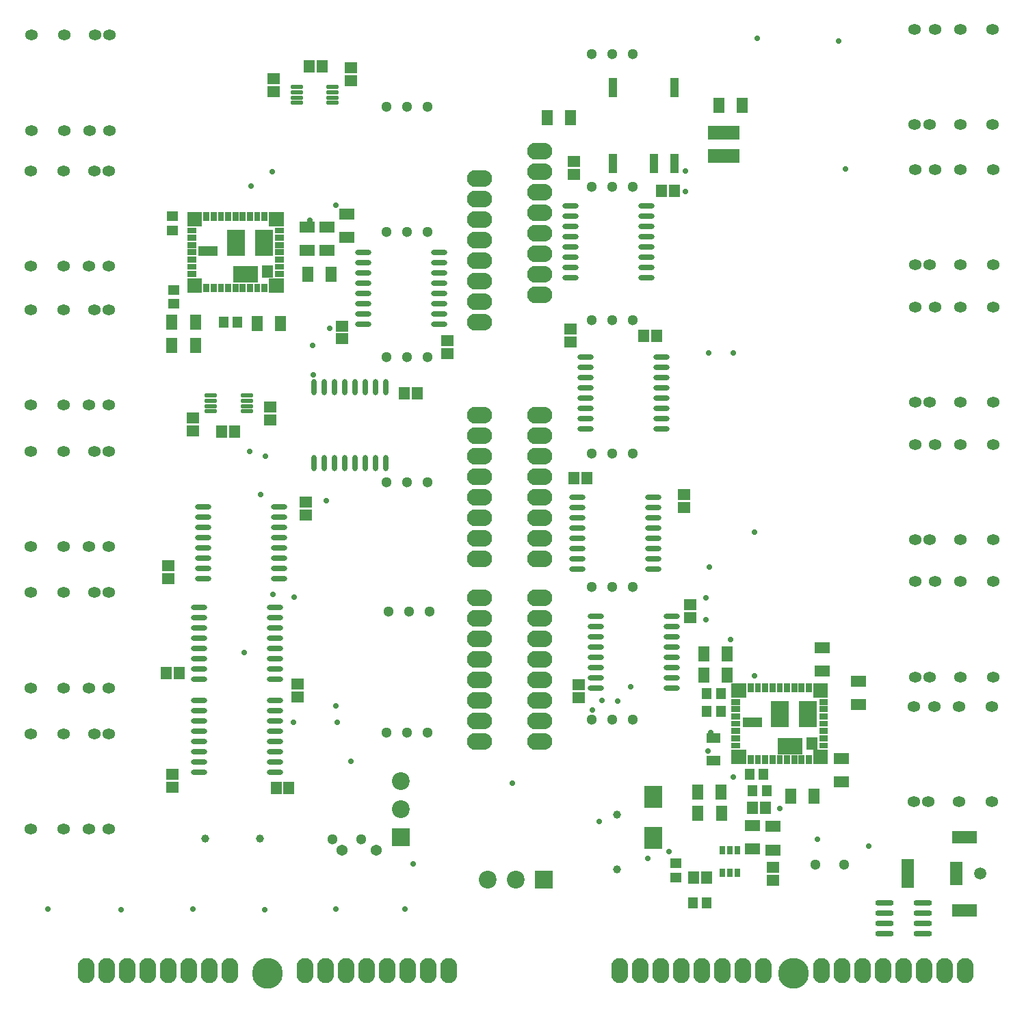
<source format=gbr>
%TF.GenerationSoftware,Altium Limited,Altium Designer,19.1.9 (167)*%
G04 Layer_Color=16711935*
%FSLAX26Y26*%
%MOIN*%
%TF.FileFunction,Soldermask,Bot*%
%TF.Part,Single*%
G01*
G75*
%TA.AperFunction,SMDPad,CuDef*%
%ADD74R,0.090551X0.110236*%
%ADD75R,0.027559X0.043307*%
%ADD76O,0.078740X0.027559*%
%ADD77R,0.070866X0.066929*%
%ADD78R,0.027559X0.041339*%
%ADD79R,0.041339X0.027559*%
%ADD80R,0.092520X0.047244*%
%ADD81R,0.090551X0.125984*%
%ADD82R,0.052756X0.059055*%
%ADD83R,0.124016X0.084252*%
%ADD84R,0.043307X0.094488*%
%ADD85R,0.055118X0.074803*%
%ADD86R,0.055118X0.059055*%
%ADD87O,0.090551X0.027559*%
%ADD88R,0.059055X0.055118*%
%ADD89R,0.074803X0.055118*%
%ADD90O,0.027559X0.078740*%
%ADD91R,0.157480X0.066929*%
%ADD92R,0.049213X0.057087*%
%ADD93R,0.068898X0.051181*%
%ADD94R,0.057087X0.049213*%
G04:AMPARAMS|DCode=95|XSize=21.654mil|YSize=57.087mil|CornerRadius=3.917mil|HoleSize=0mil|Usage=FLASHONLY|Rotation=90.000|XOffset=0mil|YOffset=0mil|HoleType=Round|Shape=RoundedRectangle|*
%AMROUNDEDRECTD95*
21,1,0.021654,0.049252,0,0,90.0*
21,1,0.013819,0.057087,0,0,90.0*
1,1,0.007835,0.024626,0.006910*
1,1,0.007835,0.024626,-0.006910*
1,1,0.007835,-0.024626,-0.006910*
1,1,0.007835,-0.024626,0.006910*
%
%ADD95ROUNDEDRECTD95*%
%TA.AperFunction,ComponentPad*%
%ADD96C,0.039370*%
%ADD97C,0.051181*%
%ADD98O,0.082677X0.122047*%
%ADD99O,0.062992X0.051181*%
%ADD100R,0.122047X0.062992*%
%ADD101C,0.059055*%
%ADD102R,0.062992X0.141732*%
%ADD103R,0.062992X0.114173*%
%ADD104R,0.086614X0.086614*%
%ADD105C,0.086614*%
%ADD106O,0.122047X0.082677*%
%TA.AperFunction,ViaPad*%
%ADD107C,0.150000*%
%ADD108R,0.086614X0.086614*%
%ADD109C,0.086614*%
%ADD110C,0.027559*%
%ADD111C,0.053937*%
G36*
X1211403Y3810821D02*
X1182261D01*
Y3853743D01*
X1211403D01*
Y3810821D01*
D02*
G37*
G36*
X1175973D02*
X1146831D01*
Y3853743D01*
X1175973D01*
Y3810821D01*
D02*
G37*
G36*
X1140543D02*
X1111401D01*
Y3853743D01*
X1140543D01*
Y3810821D01*
D02*
G37*
G36*
X1105113D02*
X1075971D01*
Y3853743D01*
X1105113D01*
Y3810821D01*
D02*
G37*
G36*
X1069683D02*
X1040541D01*
Y3853743D01*
X1069683D01*
Y3810821D01*
D02*
G37*
G36*
X1034253D02*
X1005111D01*
Y3853743D01*
X1034253D01*
Y3810821D01*
D02*
G37*
G36*
X998823D02*
X969681D01*
Y3853743D01*
X998823D01*
Y3810821D01*
D02*
G37*
G36*
X963393D02*
X934251D01*
Y3853743D01*
X963393D01*
Y3810821D01*
D02*
G37*
G36*
X927963D02*
X898821D01*
Y3853743D01*
X927963D01*
Y3810821D01*
D02*
G37*
G36*
X1290156Y3785428D02*
X1217706D01*
Y3853940D01*
X1290156D01*
Y3785428D01*
D02*
G37*
G36*
X892518D02*
X820068D01*
Y3853940D01*
X892518D01*
Y3785428D01*
D02*
G37*
G36*
X1290155Y3749986D02*
X1247234D01*
Y3779128D01*
X1290155D01*
Y3749986D01*
D02*
G37*
G36*
X862990D02*
X820069D01*
Y3779128D01*
X862990D01*
Y3749986D01*
D02*
G37*
G36*
X1290155Y3714556D02*
X1247234D01*
Y3743698D01*
X1290155D01*
Y3714556D01*
D02*
G37*
G36*
X862990D02*
X820069D01*
Y3743698D01*
X862990D01*
Y3714556D01*
D02*
G37*
G36*
X1290155Y3679126D02*
X1247234D01*
Y3708268D01*
X1290155D01*
Y3679126D01*
D02*
G37*
G36*
X862990D02*
X820069D01*
Y3708268D01*
X862990D01*
Y3679126D01*
D02*
G37*
G36*
X1290155Y3643696D02*
X1247234D01*
Y3672838D01*
X1290155D01*
Y3643696D01*
D02*
G37*
G36*
X862990D02*
X820069D01*
Y3672838D01*
X862990D01*
Y3643696D01*
D02*
G37*
G36*
X1290155Y3608266D02*
X1247234D01*
Y3637408D01*
X1290155D01*
Y3608266D01*
D02*
G37*
G36*
X862990D02*
X820069D01*
Y3637408D01*
X862990D01*
Y3608266D01*
D02*
G37*
G36*
X1290155Y3572836D02*
X1247234D01*
Y3601978D01*
X1290155D01*
Y3572836D01*
D02*
G37*
G36*
X862990D02*
X820069D01*
Y3601978D01*
X862990D01*
Y3572836D01*
D02*
G37*
G36*
X1290155Y3537406D02*
X1247234D01*
Y3566548D01*
X1290155D01*
Y3537406D01*
D02*
G37*
G36*
X862990D02*
X820069D01*
Y3566548D01*
X862990D01*
Y3537406D01*
D02*
G37*
G36*
X1211403Y3462791D02*
X1182261D01*
Y3505713D01*
X1211403D01*
Y3462791D01*
D02*
G37*
G36*
X1175973D02*
X1146831D01*
Y3505713D01*
X1175973D01*
Y3462791D01*
D02*
G37*
G36*
X1140543D02*
X1111401D01*
Y3505713D01*
X1140543D01*
Y3462791D01*
D02*
G37*
G36*
X1105113D02*
X1075971D01*
Y3505713D01*
X1105113D01*
Y3462791D01*
D02*
G37*
G36*
X1069683D02*
X1040541D01*
Y3505713D01*
X1069683D01*
Y3462791D01*
D02*
G37*
G36*
X1034253D02*
X1005111D01*
Y3505713D01*
X1034253D01*
Y3462791D01*
D02*
G37*
G36*
X998823D02*
X969681D01*
Y3505713D01*
X998823D01*
Y3462791D01*
D02*
G37*
G36*
X963393D02*
X934251D01*
Y3505713D01*
X963393D01*
Y3462791D01*
D02*
G37*
G36*
X927963D02*
X898821D01*
Y3505713D01*
X927963D01*
Y3462791D01*
D02*
G37*
G36*
X1290156Y3462593D02*
X1217706D01*
Y3531106D01*
X1290156D01*
Y3462593D01*
D02*
G37*
G36*
X892518D02*
X820068D01*
Y3531106D01*
X892518D01*
Y3462593D01*
D02*
G37*
G36*
X3863968Y1513386D02*
X3834826D01*
Y1556307D01*
X3863968D01*
Y1513386D01*
D02*
G37*
G36*
X3828538D02*
X3799396D01*
Y1556307D01*
X3828538D01*
Y1513386D01*
D02*
G37*
G36*
X3793108D02*
X3763966D01*
Y1556307D01*
X3793108D01*
Y1513386D01*
D02*
G37*
G36*
X3757678D02*
X3728536D01*
Y1556307D01*
X3757678D01*
Y1513386D01*
D02*
G37*
G36*
X3722248D02*
X3693106D01*
Y1556307D01*
X3722248D01*
Y1513386D01*
D02*
G37*
G36*
X3686818D02*
X3657676D01*
Y1556307D01*
X3686818D01*
Y1513386D01*
D02*
G37*
G36*
X3651388D02*
X3622246D01*
Y1556307D01*
X3651388D01*
Y1513386D01*
D02*
G37*
G36*
X3615958D02*
X3586816D01*
Y1556307D01*
X3615958D01*
Y1513386D01*
D02*
G37*
G36*
X3580528D02*
X3551386D01*
Y1556307D01*
X3580528D01*
Y1513386D01*
D02*
G37*
G36*
X3942721Y1487993D02*
X3870271D01*
Y1556505D01*
X3942721D01*
Y1487993D01*
D02*
G37*
G36*
X3545083D02*
X3472634D01*
Y1556505D01*
X3545083D01*
Y1487993D01*
D02*
G37*
G36*
X3942721Y1452551D02*
X3899799D01*
Y1481693D01*
X3942721D01*
Y1452551D01*
D02*
G37*
G36*
X3515555D02*
X3472634D01*
Y1481693D01*
X3515555D01*
Y1452551D01*
D02*
G37*
G36*
X3942721Y1417121D02*
X3899799D01*
Y1446263D01*
X3942721D01*
Y1417121D01*
D02*
G37*
G36*
X3515555D02*
X3472634D01*
Y1446263D01*
X3515555D01*
Y1417121D01*
D02*
G37*
G36*
X3942721Y1381691D02*
X3899799D01*
Y1410833D01*
X3942721D01*
Y1381691D01*
D02*
G37*
G36*
X3515555D02*
X3472634D01*
Y1410833D01*
X3515555D01*
Y1381691D01*
D02*
G37*
G36*
X3942721Y1346261D02*
X3899799D01*
Y1375403D01*
X3942721D01*
Y1346261D01*
D02*
G37*
G36*
X3515555D02*
X3472634D01*
Y1375403D01*
X3515555D01*
Y1346261D01*
D02*
G37*
G36*
X3942721Y1310831D02*
X3899799D01*
Y1339973D01*
X3942721D01*
Y1310831D01*
D02*
G37*
G36*
X3515555D02*
X3472634D01*
Y1339973D01*
X3515555D01*
Y1310831D01*
D02*
G37*
G36*
X3942721Y1275401D02*
X3899799D01*
Y1304543D01*
X3942721D01*
Y1275401D01*
D02*
G37*
G36*
X3515555D02*
X3472634D01*
Y1304543D01*
X3515555D01*
Y1275401D01*
D02*
G37*
G36*
X3942721Y1239971D02*
X3899799D01*
Y1269113D01*
X3942721D01*
Y1239971D01*
D02*
G37*
G36*
X3515555D02*
X3472634D01*
Y1269113D01*
X3515555D01*
Y1239971D01*
D02*
G37*
G36*
X3863968Y1165356D02*
X3834826D01*
Y1208277D01*
X3863968D01*
Y1165356D01*
D02*
G37*
G36*
X3828538D02*
X3799396D01*
Y1208277D01*
X3828538D01*
Y1165356D01*
D02*
G37*
G36*
X3793108D02*
X3763966D01*
Y1208277D01*
X3793108D01*
Y1165356D01*
D02*
G37*
G36*
X3757678D02*
X3728536D01*
Y1208277D01*
X3757678D01*
Y1165356D01*
D02*
G37*
G36*
X3722248D02*
X3693106D01*
Y1208277D01*
X3722248D01*
Y1165356D01*
D02*
G37*
G36*
X3686818D02*
X3657676D01*
Y1208277D01*
X3686818D01*
Y1165356D01*
D02*
G37*
G36*
X3651388D02*
X3622246D01*
Y1208277D01*
X3651388D01*
Y1165356D01*
D02*
G37*
G36*
X3615958D02*
X3586816D01*
Y1208277D01*
X3615958D01*
Y1165356D01*
D02*
G37*
G36*
X3580528D02*
X3551386D01*
Y1208277D01*
X3580528D01*
Y1165356D01*
D02*
G37*
G36*
X3942721Y1165158D02*
X3870271D01*
Y1233670D01*
X3942721D01*
Y1165158D01*
D02*
G37*
G36*
X3545083D02*
X3472634D01*
Y1233670D01*
X3545083D01*
Y1165158D01*
D02*
G37*
D74*
X3090551Y805118D02*
D03*
Y1005905D02*
D03*
D75*
X3427165Y634842D02*
D03*
X3464567D02*
D03*
X3501968D02*
D03*
Y743110D02*
D03*
X3464567D02*
D03*
X3427165D02*
D03*
D76*
X2688977Y3533661D02*
D03*
Y3583661D02*
D03*
Y3633661D02*
D03*
Y3683661D02*
D03*
Y3733661D02*
D03*
Y3783661D02*
D03*
Y3833661D02*
D03*
Y3883661D02*
D03*
X3059055Y3533661D02*
D03*
Y3583661D02*
D03*
Y3633661D02*
D03*
Y3683661D02*
D03*
Y3733661D02*
D03*
Y3783661D02*
D03*
Y3833661D02*
D03*
Y3883661D02*
D03*
X3131496Y3147638D02*
D03*
Y3097638D02*
D03*
Y3047638D02*
D03*
Y2997638D02*
D03*
Y2947638D02*
D03*
Y2897638D02*
D03*
Y2847638D02*
D03*
Y2797638D02*
D03*
X2761418Y3147638D02*
D03*
Y3097638D02*
D03*
Y3047638D02*
D03*
Y2997638D02*
D03*
Y2947638D02*
D03*
Y2897638D02*
D03*
Y2847638D02*
D03*
Y2797638D02*
D03*
X1248032Y1474213D02*
D03*
Y1424213D02*
D03*
Y1374213D02*
D03*
Y1324213D02*
D03*
Y1274213D02*
D03*
Y1224213D02*
D03*
Y1174213D02*
D03*
Y1124213D02*
D03*
X877953Y1474213D02*
D03*
Y1424213D02*
D03*
Y1374213D02*
D03*
Y1324213D02*
D03*
Y1274213D02*
D03*
Y1224213D02*
D03*
Y1174213D02*
D03*
Y1124213D02*
D03*
X2047244Y3657087D02*
D03*
Y3607087D02*
D03*
Y3557087D02*
D03*
Y3507087D02*
D03*
Y3457087D02*
D03*
Y3407087D02*
D03*
Y3357087D02*
D03*
Y3307087D02*
D03*
X1677165Y3657087D02*
D03*
Y3607087D02*
D03*
Y3557087D02*
D03*
Y3507087D02*
D03*
Y3457087D02*
D03*
Y3407087D02*
D03*
Y3357087D02*
D03*
Y3307087D02*
D03*
X2722047Y2114764D02*
D03*
Y2164764D02*
D03*
Y2214764D02*
D03*
Y2264764D02*
D03*
Y2314764D02*
D03*
Y2364764D02*
D03*
Y2414764D02*
D03*
Y2464764D02*
D03*
X3092126Y2114764D02*
D03*
Y2164764D02*
D03*
Y2214764D02*
D03*
Y2264764D02*
D03*
Y2314764D02*
D03*
Y2364764D02*
D03*
Y2414764D02*
D03*
Y2464764D02*
D03*
X1248032Y1926968D02*
D03*
Y1876968D02*
D03*
Y1826968D02*
D03*
Y1776968D02*
D03*
Y1726968D02*
D03*
Y1676968D02*
D03*
Y1626968D02*
D03*
Y1576968D02*
D03*
X877953Y1926968D02*
D03*
Y1876968D02*
D03*
Y1826968D02*
D03*
Y1776968D02*
D03*
Y1726968D02*
D03*
Y1676968D02*
D03*
Y1626968D02*
D03*
Y1576968D02*
D03*
X2812599Y1536024D02*
D03*
Y1586024D02*
D03*
Y1636024D02*
D03*
Y1686024D02*
D03*
Y1736024D02*
D03*
Y1786024D02*
D03*
Y1836024D02*
D03*
Y1886024D02*
D03*
X3182677Y1536024D02*
D03*
Y1586024D02*
D03*
Y1636024D02*
D03*
Y1686024D02*
D03*
Y1736024D02*
D03*
Y1786024D02*
D03*
Y1836024D02*
D03*
Y1886024D02*
D03*
X1267716Y2419095D02*
D03*
Y2369095D02*
D03*
Y2319095D02*
D03*
Y2269095D02*
D03*
Y2219095D02*
D03*
Y2169095D02*
D03*
Y2119095D02*
D03*
Y2069095D02*
D03*
X897638Y2419095D02*
D03*
Y2369095D02*
D03*
Y2319095D02*
D03*
Y2269095D02*
D03*
Y2219095D02*
D03*
Y2169095D02*
D03*
Y2119095D02*
D03*
Y2069095D02*
D03*
D77*
X856293Y3819684D02*
D03*
X1253931D02*
D03*
Y3496850D02*
D03*
X856293D02*
D03*
X3508858Y1522249D02*
D03*
X3906496D02*
D03*
Y1199414D02*
D03*
X3508858D02*
D03*
D78*
X913392Y3832282D02*
D03*
X948822D02*
D03*
X984252D02*
D03*
X1019682D02*
D03*
X1055112D02*
D03*
X1090542D02*
D03*
X1125972D02*
D03*
X1161402D02*
D03*
X1196832D02*
D03*
Y3484252D02*
D03*
X1161402D02*
D03*
X1125972D02*
D03*
X1090542D02*
D03*
X1055112D02*
D03*
X1019682D02*
D03*
X984252D02*
D03*
X948822D02*
D03*
X913392D02*
D03*
X3565957Y1534847D02*
D03*
X3601387D02*
D03*
X3636817D02*
D03*
X3672247D02*
D03*
X3707677D02*
D03*
X3743107D02*
D03*
X3778537D02*
D03*
X3813967D02*
D03*
X3849397D02*
D03*
Y1186817D02*
D03*
X3813967D02*
D03*
X3778537D02*
D03*
X3743107D02*
D03*
X3707677D02*
D03*
X3672247D02*
D03*
X3636817D02*
D03*
X3601387D02*
D03*
X3565957D02*
D03*
D79*
X1268695Y3764557D02*
D03*
Y3729127D02*
D03*
Y3693697D02*
D03*
Y3658267D02*
D03*
Y3622837D02*
D03*
Y3587407D02*
D03*
Y3551977D02*
D03*
X841529D02*
D03*
Y3587407D02*
D03*
Y3622837D02*
D03*
Y3658267D02*
D03*
Y3693697D02*
D03*
Y3729127D02*
D03*
Y3764557D02*
D03*
X3921260Y1467122D02*
D03*
Y1431692D02*
D03*
Y1396262D02*
D03*
Y1360832D02*
D03*
Y1325402D02*
D03*
Y1289972D02*
D03*
Y1254542D02*
D03*
X3494095D02*
D03*
Y1289972D02*
D03*
Y1325402D02*
D03*
Y1360832D02*
D03*
Y1396262D02*
D03*
Y1431692D02*
D03*
Y1467122D02*
D03*
D80*
X922238Y3663577D02*
D03*
X3574803Y1366142D02*
D03*
D81*
X1056490Y3705314D02*
D03*
X1193500D02*
D03*
X3709055Y1407879D02*
D03*
X3846065D02*
D03*
D82*
X1212002Y3562794D02*
D03*
X3864567Y1265359D02*
D03*
D83*
X1104128Y3550196D02*
D03*
X3756693Y1252761D02*
D03*
D84*
X3193701Y4090551D02*
D03*
X3093701D02*
D03*
X2893701D02*
D03*
Y4460630D02*
D03*
X3193701D02*
D03*
D85*
X3525591Y4374016D02*
D03*
X3411417D02*
D03*
X860236Y3318898D02*
D03*
X746063D02*
D03*
X2687008Y4314961D02*
D03*
X2572835D02*
D03*
X3761811Y1007874D02*
D03*
X3875984D02*
D03*
X3336614Y1598425D02*
D03*
X3450787D02*
D03*
X3336614Y1700787D02*
D03*
X3450787D02*
D03*
X860236Y3204724D02*
D03*
X746063D02*
D03*
X1273622Y3311024D02*
D03*
X1159449D02*
D03*
X1521654Y3551181D02*
D03*
X1407480D02*
D03*
X3423228Y925197D02*
D03*
X3309055D02*
D03*
X3421260Y1027559D02*
D03*
X3307087D02*
D03*
D86*
X3192913Y3956693D02*
D03*
X3129921D02*
D03*
X1051181Y2783465D02*
D03*
X988189D02*
D03*
X1476378Y4562992D02*
D03*
X1413386D02*
D03*
X3574803Y952756D02*
D03*
X3637795D02*
D03*
X3107874Y3250394D02*
D03*
X3044882D02*
D03*
X779528Y1606299D02*
D03*
X716535D02*
D03*
X2704724Y2559055D02*
D03*
X2767717D02*
D03*
X1876968Y2970472D02*
D03*
X1939961D02*
D03*
X1252953Y1048228D02*
D03*
X1315945D02*
D03*
X3350394Y610236D02*
D03*
X3287402D02*
D03*
D87*
X4216535Y338386D02*
D03*
Y388386D02*
D03*
Y438386D02*
D03*
Y488386D02*
D03*
X4405512Y338386D02*
D03*
Y388386D02*
D03*
Y438386D02*
D03*
Y488386D02*
D03*
D88*
X1224409Y2842520D02*
D03*
Y2905512D02*
D03*
X1240158Y4440945D02*
D03*
Y4503937D02*
D03*
X846457Y2787401D02*
D03*
Y2850394D02*
D03*
X1618110Y4496063D02*
D03*
Y4559055D02*
D03*
X1574803Y3299213D02*
D03*
Y3236220D02*
D03*
X1397638Y2377953D02*
D03*
Y2440945D02*
D03*
X2086614Y3228346D02*
D03*
Y3165354D02*
D03*
X3241732Y2478740D02*
D03*
Y2415748D02*
D03*
X728346Y2066929D02*
D03*
Y2129921D02*
D03*
X1358268Y1555118D02*
D03*
Y1492126D02*
D03*
X3271654Y1940945D02*
D03*
Y1877953D02*
D03*
X748032Y1051181D02*
D03*
Y1114173D02*
D03*
X2688976Y3220472D02*
D03*
Y3283465D02*
D03*
X2704724Y4102362D02*
D03*
Y4039370D02*
D03*
X3673228Y598425D02*
D03*
Y661417D02*
D03*
X2728347Y1551181D02*
D03*
Y1488189D02*
D03*
D89*
X4007874Y1076772D02*
D03*
Y1190945D02*
D03*
X4090551Y1568898D02*
D03*
Y1454724D02*
D03*
X3913386Y1730315D02*
D03*
Y1616142D02*
D03*
X1405512Y3781496D02*
D03*
Y3667323D02*
D03*
X1598425Y3844488D02*
D03*
Y3730315D02*
D03*
X1500000Y3781496D02*
D03*
Y3667323D02*
D03*
X3673228Y860236D02*
D03*
Y746063D02*
D03*
X3574803Y864173D02*
D03*
Y750000D02*
D03*
D90*
X1437402Y3000000D02*
D03*
X1487402D02*
D03*
X1537402D02*
D03*
X1587402D02*
D03*
X1637402D02*
D03*
X1687402D02*
D03*
X1737402D02*
D03*
X1787402D02*
D03*
X1437402Y2629921D02*
D03*
X1487402D02*
D03*
X1537402D02*
D03*
X1587402D02*
D03*
X1637402D02*
D03*
X1687402D02*
D03*
X1737402D02*
D03*
X1787402D02*
D03*
D91*
X3433071Y4242126D02*
D03*
Y4127953D02*
D03*
D92*
X3560039Y1114173D02*
D03*
X3628937D02*
D03*
X3575787Y1035433D02*
D03*
X3644685D02*
D03*
X3351378Y1421260D02*
D03*
X3420276D02*
D03*
X3351378Y1507874D02*
D03*
X3420276D02*
D03*
X997047Y3318898D02*
D03*
X1065945D02*
D03*
X3283465Y486221D02*
D03*
X3352362D02*
D03*
D93*
X3385827Y1291339D02*
D03*
Y1181102D02*
D03*
D94*
X755906Y3475394D02*
D03*
Y3406496D02*
D03*
X748032Y3764764D02*
D03*
Y3833661D02*
D03*
X3200787Y611221D02*
D03*
Y680118D02*
D03*
D95*
X936024Y2959646D02*
D03*
X1111220D02*
D03*
Y2934055D02*
D03*
Y2908465D02*
D03*
Y2882874D02*
D03*
X936024Y2934055D02*
D03*
Y2908465D02*
D03*
Y2882874D02*
D03*
X1528543Y4386811D02*
D03*
X1353347D02*
D03*
Y4412402D02*
D03*
Y4437992D02*
D03*
Y4463583D02*
D03*
X1528543Y4412402D02*
D03*
Y4437992D02*
D03*
Y4463583D02*
D03*
D96*
X907243Y800898D02*
D03*
X1174960D02*
D03*
X2915638Y919054D02*
D03*
Y651337D02*
D03*
D97*
X1989764Y1317323D02*
D03*
X1889764D02*
D03*
X1789764D02*
D03*
X1666339Y797244D02*
D03*
X1528543D02*
D03*
X4019685Y673228D02*
D03*
X3881890D02*
D03*
X2992126Y1379528D02*
D03*
X2892126D02*
D03*
X2792126D02*
D03*
X1789764Y4368504D02*
D03*
X1889764D02*
D03*
X1989764D02*
D03*
X1789764Y3758268D02*
D03*
X1889764D02*
D03*
X1989764D02*
D03*
X1789764Y3148031D02*
D03*
X1889764D02*
D03*
X1989764D02*
D03*
X1789764Y2537795D02*
D03*
X1889764D02*
D03*
X1989764D02*
D03*
X2992126Y2678110D02*
D03*
X2892126D02*
D03*
X2792126D02*
D03*
X1799606Y1907874D02*
D03*
X1899606D02*
D03*
X1999606D02*
D03*
X2992126Y3976693D02*
D03*
X2892126D02*
D03*
X2792126D02*
D03*
X2992126Y2028819D02*
D03*
X2892126D02*
D03*
X2792126D02*
D03*
X2992126Y3327402D02*
D03*
X2892126D02*
D03*
X2792126D02*
D03*
X2992126Y4625984D02*
D03*
X2892126D02*
D03*
X2792126D02*
D03*
D98*
X1994488Y157480D02*
D03*
X1594488D02*
D03*
X1394488D02*
D03*
X2094488D02*
D03*
X1494488D02*
D03*
X1694488D02*
D03*
X1794488D02*
D03*
X1894488D02*
D03*
X928346D02*
D03*
X528346D02*
D03*
X328346D02*
D03*
X1028347D02*
D03*
X428346D02*
D03*
X628346D02*
D03*
X728346D02*
D03*
X828346D02*
D03*
X4511024Y157480D02*
D03*
X4111024D02*
D03*
X3911024D02*
D03*
X4611024D02*
D03*
X4011024D02*
D03*
X4211024D02*
D03*
X4311024D02*
D03*
X4411024D02*
D03*
X3526772D02*
D03*
X3126772D02*
D03*
X2926772D02*
D03*
X3626772D02*
D03*
X3026772D02*
D03*
X3226772D02*
D03*
X3326772D02*
D03*
X3426772D02*
D03*
D99*
X4365354Y4281496D02*
D03*
X4436221D02*
D03*
X4745276D02*
D03*
X4586614D02*
D03*
Y4746063D02*
D03*
X4745276D02*
D03*
X4463780D02*
D03*
X4365354D02*
D03*
X441929Y4251968D02*
D03*
X343504D02*
D03*
X62008D02*
D03*
X220669D02*
D03*
Y4716535D02*
D03*
X62008D02*
D03*
X371063D02*
D03*
X441929D02*
D03*
X437992Y3590551D02*
D03*
X339567D02*
D03*
X58071D02*
D03*
X216732D02*
D03*
Y4055118D02*
D03*
X58071D02*
D03*
X367126D02*
D03*
X437992D02*
D03*
Y2913386D02*
D03*
X339567D02*
D03*
X58071D02*
D03*
X216732D02*
D03*
Y3377953D02*
D03*
X58071D02*
D03*
X367126D02*
D03*
X437992D02*
D03*
Y2224410D02*
D03*
X339567D02*
D03*
X58071D02*
D03*
X216732D02*
D03*
Y2688977D02*
D03*
X58071D02*
D03*
X367126D02*
D03*
X437992D02*
D03*
Y1535433D02*
D03*
X339567D02*
D03*
X58071D02*
D03*
X216732D02*
D03*
Y2000000D02*
D03*
X58071D02*
D03*
X367126D02*
D03*
X437992D02*
D03*
Y846457D02*
D03*
X339567D02*
D03*
X58071D02*
D03*
X216732D02*
D03*
Y1311024D02*
D03*
X58071D02*
D03*
X367126D02*
D03*
X437992D02*
D03*
X4361220Y1444882D02*
D03*
X4459646D02*
D03*
X4741142D02*
D03*
X4582480D02*
D03*
Y980315D02*
D03*
X4741142D02*
D03*
X4432087D02*
D03*
X4361220D02*
D03*
X4367126Y2053149D02*
D03*
X4465551D02*
D03*
X4747047D02*
D03*
X4588386D02*
D03*
Y1588582D02*
D03*
X4747047D02*
D03*
X4437992D02*
D03*
X4367126D02*
D03*
Y2257874D02*
D03*
X4437992D02*
D03*
X4747047D02*
D03*
X4588386D02*
D03*
Y2722441D02*
D03*
X4747047D02*
D03*
X4465551D02*
D03*
X4367126D02*
D03*
Y2927165D02*
D03*
X4437992D02*
D03*
X4747047D02*
D03*
X4588386D02*
D03*
Y3391732D02*
D03*
X4747047D02*
D03*
X4465551D02*
D03*
X4367126D02*
D03*
Y3596456D02*
D03*
X4437992D02*
D03*
X4747047D02*
D03*
X4588386D02*
D03*
Y4061023D02*
D03*
X4747047D02*
D03*
X4465551D02*
D03*
X4367126D02*
D03*
D100*
X4606299Y452756D02*
D03*
Y807087D02*
D03*
D101*
X4685039Y629921D02*
D03*
D102*
X4330709D02*
D03*
D103*
X4566929D02*
D03*
D104*
X2559055Y602362D02*
D03*
D105*
X2421260D02*
D03*
X2283465D02*
D03*
D106*
X2539370Y2765354D02*
D03*
Y2365354D02*
D03*
Y2165354D02*
D03*
Y2865354D02*
D03*
Y2265354D02*
D03*
Y2465354D02*
D03*
Y2565354D02*
D03*
Y2665354D02*
D03*
X2244095Y1373228D02*
D03*
Y1773228D02*
D03*
Y1973228D02*
D03*
Y1273228D02*
D03*
Y1873228D02*
D03*
Y1673228D02*
D03*
Y1573228D02*
D03*
Y1473228D02*
D03*
Y3418110D02*
D03*
Y3818110D02*
D03*
Y4018110D02*
D03*
Y3318110D02*
D03*
Y3918110D02*
D03*
Y3718110D02*
D03*
Y3618110D02*
D03*
Y3518110D02*
D03*
X2539370Y1873228D02*
D03*
Y1473228D02*
D03*
Y1273228D02*
D03*
Y1973228D02*
D03*
Y1373228D02*
D03*
Y1573228D02*
D03*
Y1673228D02*
D03*
Y1773228D02*
D03*
X2244095Y2265354D02*
D03*
Y2665354D02*
D03*
Y2865354D02*
D03*
Y2165354D02*
D03*
Y2765354D02*
D03*
Y2565354D02*
D03*
Y2465354D02*
D03*
Y2365354D02*
D03*
X2539370Y4052756D02*
D03*
Y3652756D02*
D03*
Y3452756D02*
D03*
Y4152756D02*
D03*
Y3552756D02*
D03*
Y3752756D02*
D03*
Y3852756D02*
D03*
Y3952756D02*
D03*
D107*
X3775591Y143701D02*
D03*
X1211614D02*
D03*
D108*
X1862204Y807087D02*
D03*
D109*
Y944882D02*
D03*
Y1082677D02*
D03*
D110*
X3707677Y946850D02*
D03*
X1435118Y3061102D02*
D03*
X2839567Y1473425D02*
D03*
X3481496Y1099601D02*
D03*
X1543307Y1446850D02*
D03*
X1237205Y1992126D02*
D03*
X1339567Y1978346D02*
D03*
X1242126Y4504921D02*
D03*
X3249016Y4056102D02*
D03*
X3248032Y3953740D02*
D03*
X3365157Y2124016D02*
D03*
X3347441Y1974409D02*
D03*
X3346457Y1868110D02*
D03*
X1430118Y3203740D02*
D03*
X1513780Y3289370D02*
D03*
X1098534Y1708798D02*
D03*
X1498032Y2446850D02*
D03*
X1437402Y2629921D02*
D03*
X1199803Y2664370D02*
D03*
X1125984Y2687992D02*
D03*
X1881890Y456693D02*
D03*
X1544291D02*
D03*
X1197835Y455709D02*
D03*
X847441Y458661D02*
D03*
X497047Y455709D02*
D03*
X141732Y457677D02*
D03*
X1234252Y4050197D02*
D03*
X1129921Y3981299D02*
D03*
X1543307Y3886811D02*
D03*
X1416795Y3815157D02*
D03*
X3525591Y4374016D02*
D03*
X3994095Y4687008D02*
D03*
X3597441Y4702756D02*
D03*
X4028543Y4062992D02*
D03*
X3468504Y1771653D02*
D03*
X3584646Y1595472D02*
D03*
X3342673Y1583815D02*
D03*
X3359252Y1229331D02*
D03*
X3372047Y1318898D02*
D03*
X2794291Y1428150D02*
D03*
X2917323Y1472441D02*
D03*
X2981299Y1542323D02*
D03*
X3585630Y2293307D02*
D03*
X4141732Y762795D02*
D03*
X3574803Y864173D02*
D03*
X2826772Y882874D02*
D03*
X1338583Y1368110D02*
D03*
X1619094Y1176971D02*
D03*
X1551181Y1366142D02*
D03*
X1921260Y676181D02*
D03*
X3166339Y737205D02*
D03*
X3065866Y703661D02*
D03*
X3201772Y682333D02*
D03*
X3889764Y796260D02*
D03*
X2403543Y1069882D02*
D03*
X3481496Y3166415D02*
D03*
X3360236Y3168307D02*
D03*
X3761811Y1007874D02*
D03*
X1178107Y2476575D02*
D03*
D111*
X1740158Y745079D02*
D03*
X1574055Y744843D02*
D03*
%TF.MD5,2eaa0fc48d8ba3a7b608a22ca9412fcf*%
M02*

</source>
